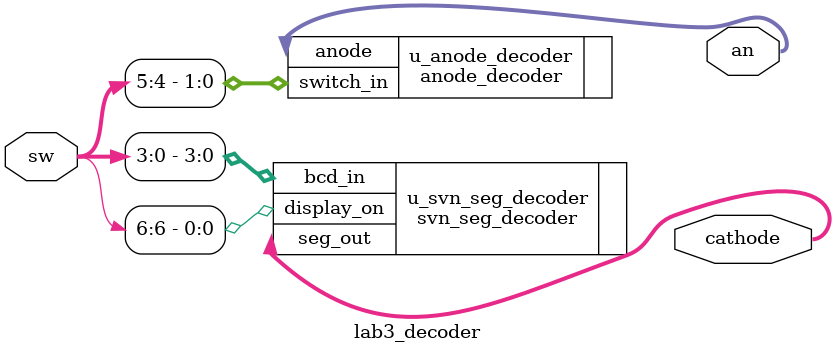
<source format=sv>
`timescale 1ns / 1ps
module lab3_decoder(
	output wire [3:0] an,
	output wire [6:0] cathode,
	input wire [6:0] sw
	);

	// instantiate a 7-segment decoder
	svn_seg_decoder u_svn_seg_decoder(
		.seg_out(cathode),
		.display_on(sw[6]),
		.bcd_in(sw[3:0])
	);

	// instantiate an anode decoder
	anode_decoder u_anode_decoder(
		.anode(an),
		.switch_in(sw[5:4])
	);

endmodule // lab3_decoder

</source>
